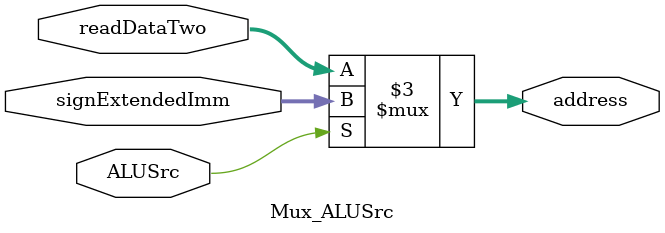
<source format=v>
`timescale 1ns / 1ps

module Mux_ALUSrc (
    input ALUSrc,
    input [7:0] readDataTwo,
    input [7:0] signExtendedImm,
    output reg [7:0] address
	 );
    
	 always@(ALUSrc or signExtendedImm or readDataTwo) begin
		 if(ALUSrc) address<=signExtendedImm;
		 else address<=readDataTwo;
	 end 

endmodule
</source>
